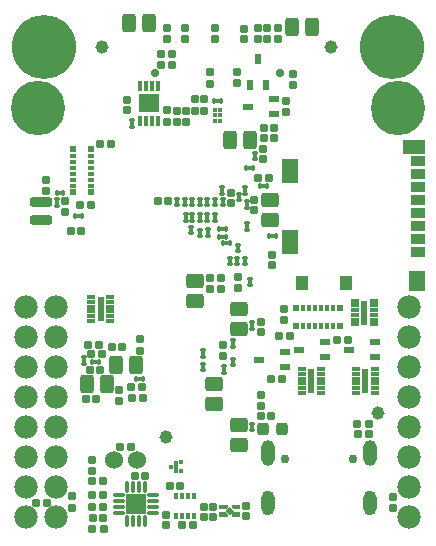
<source format=gbs>
G04*
G04 #@! TF.GenerationSoftware,Altium Limited,Altium Designer,21.7.2 (23)*
G04*
G04 Layer_Color=16711935*
%FSLAX25Y25*%
%MOIN*%
G70*
G04*
G04 #@! TF.SameCoordinates,6C021EAB-9281-4005-87E3-4CD7810296B7*
G04*
G04*
G04 #@! TF.FilePolarity,Negative*
G04*
G01*
G75*
%ADD57R,0.01800X0.01500*%
%ADD58R,0.01500X0.01800*%
%ADD69R,0.01581X0.03746*%
G04:AMPARAMS|DCode=72|XSize=31.56mil|YSize=74.87mil|CornerRadius=8.89mil|HoleSize=0mil|Usage=FLASHONLY|Rotation=90.000|XOffset=0mil|YOffset=0mil|HoleType=Round|Shape=RoundedRectangle|*
%AMROUNDEDRECTD72*
21,1,0.03156,0.05709,0,0,90.0*
21,1,0.01378,0.07487,0,0,90.0*
1,1,0.01778,0.02854,0.00689*
1,1,0.01778,0.02854,-0.00689*
1,1,0.01778,-0.02854,-0.00689*
1,1,0.01778,-0.02854,0.00689*
%
%ADD72ROUNDEDRECTD72*%
G04:AMPARAMS|DCode=77|XSize=15.94mil|YSize=18.94mil|CornerRadius=4.97mil|HoleSize=0mil|Usage=FLASHONLY|Rotation=270.000|XOffset=0mil|YOffset=0mil|HoleType=Round|Shape=RoundedRectangle|*
%AMROUNDEDRECTD77*
21,1,0.01594,0.00900,0,0,270.0*
21,1,0.00600,0.01894,0,0,270.0*
1,1,0.00994,-0.00450,-0.00300*
1,1,0.00994,-0.00450,0.00300*
1,1,0.00994,0.00450,0.00300*
1,1,0.00994,0.00450,-0.00300*
%
%ADD77ROUNDEDRECTD77*%
G04:AMPARAMS|DCode=83|XSize=47.7mil|YSize=61.87mil|CornerRadius=11.83mil|HoleSize=0mil|Usage=FLASHONLY|Rotation=90.000|XOffset=0mil|YOffset=0mil|HoleType=Round|Shape=RoundedRectangle|*
%AMROUNDEDRECTD83*
21,1,0.04770,0.03821,0,0,90.0*
21,1,0.02404,0.06187,0,0,90.0*
1,1,0.02366,0.01910,0.01202*
1,1,0.02366,0.01910,-0.01202*
1,1,0.02366,-0.01910,-0.01202*
1,1,0.02366,-0.01910,0.01202*
%
%ADD83ROUNDEDRECTD83*%
G04:AMPARAMS|DCode=84|XSize=25.59mil|YSize=26.77mil|CornerRadius=7.49mil|HoleSize=0mil|Usage=FLASHONLY|Rotation=0.000|XOffset=0mil|YOffset=0mil|HoleType=Round|Shape=RoundedRectangle|*
%AMROUNDEDRECTD84*
21,1,0.02559,0.01179,0,0,0.0*
21,1,0.01061,0.02677,0,0,0.0*
1,1,0.01498,0.00531,-0.00590*
1,1,0.01498,-0.00531,-0.00590*
1,1,0.01498,-0.00531,0.00590*
1,1,0.01498,0.00531,0.00590*
%
%ADD84ROUNDEDRECTD84*%
G04:AMPARAMS|DCode=85|XSize=28.74mil|YSize=26.77mil|CornerRadius=7.91mil|HoleSize=0mil|Usage=FLASHONLY|Rotation=270.000|XOffset=0mil|YOffset=0mil|HoleType=Round|Shape=RoundedRectangle|*
%AMROUNDEDRECTD85*
21,1,0.02874,0.01096,0,0,270.0*
21,1,0.01293,0.02677,0,0,270.0*
1,1,0.01581,-0.00548,-0.00647*
1,1,0.01581,-0.00548,0.00647*
1,1,0.01581,0.00548,0.00647*
1,1,0.01581,0.00548,-0.00647*
%
%ADD85ROUNDEDRECTD85*%
G04:AMPARAMS|DCode=86|XSize=25.59mil|YSize=26.77mil|CornerRadius=7.49mil|HoleSize=0mil|Usage=FLASHONLY|Rotation=270.000|XOffset=0mil|YOffset=0mil|HoleType=Round|Shape=RoundedRectangle|*
%AMROUNDEDRECTD86*
21,1,0.02559,0.01179,0,0,270.0*
21,1,0.01061,0.02677,0,0,270.0*
1,1,0.01498,-0.00590,-0.00531*
1,1,0.01498,-0.00590,0.00531*
1,1,0.01498,0.00590,0.00531*
1,1,0.01498,0.00590,-0.00531*
%
%ADD86ROUNDEDRECTD86*%
G04:AMPARAMS|DCode=87|XSize=43.37mil|YSize=43.37mil|CornerRadius=21.69mil|HoleSize=0mil|Usage=FLASHONLY|Rotation=0.000|XOffset=0mil|YOffset=0mil|HoleType=Round|Shape=RoundedRectangle|*
%AMROUNDEDRECTD87*
21,1,0.04337,0.00000,0,0,0.0*
21,1,0.00000,0.04337,0,0,0.0*
1,1,0.04337,0.00000,0.00000*
1,1,0.04337,0.00000,0.00000*
1,1,0.04337,0.00000,0.00000*
1,1,0.04337,0.00000,0.00000*
%
%ADD87ROUNDEDRECTD87*%
G04:AMPARAMS|DCode=88|XSize=28.74mil|YSize=26.77mil|CornerRadius=7.91mil|HoleSize=0mil|Usage=FLASHONLY|Rotation=0.000|XOffset=0mil|YOffset=0mil|HoleType=Round|Shape=RoundedRectangle|*
%AMROUNDEDRECTD88*
21,1,0.02874,0.01096,0,0,0.0*
21,1,0.01293,0.02677,0,0,0.0*
1,1,0.01581,0.00647,-0.00548*
1,1,0.01581,-0.00647,-0.00548*
1,1,0.01581,-0.00647,0.00548*
1,1,0.01581,0.00647,0.00548*
%
%ADD88ROUNDEDRECTD88*%
G04:AMPARAMS|DCode=89|XSize=15.94mil|YSize=18.94mil|CornerRadius=4.97mil|HoleSize=0mil|Usage=FLASHONLY|Rotation=180.000|XOffset=0mil|YOffset=0mil|HoleType=Round|Shape=RoundedRectangle|*
%AMROUNDEDRECTD89*
21,1,0.01594,0.00900,0,0,180.0*
21,1,0.00600,0.01894,0,0,180.0*
1,1,0.00994,-0.00300,0.00450*
1,1,0.00994,0.00300,0.00450*
1,1,0.00994,0.00300,-0.00450*
1,1,0.00994,-0.00300,-0.00450*
%
%ADD89ROUNDEDRECTD89*%
G04:AMPARAMS|DCode=90|XSize=47.7mil|YSize=61.87mil|CornerRadius=11.83mil|HoleSize=0mil|Usage=FLASHONLY|Rotation=0.000|XOffset=0mil|YOffset=0mil|HoleType=Round|Shape=RoundedRectangle|*
%AMROUNDEDRECTD90*
21,1,0.04770,0.03821,0,0,0.0*
21,1,0.02404,0.06187,0,0,0.0*
1,1,0.02366,0.01202,-0.01910*
1,1,0.02366,-0.01202,-0.01910*
1,1,0.02366,-0.01202,0.01910*
1,1,0.02366,0.01202,0.01910*
%
%ADD90ROUNDEDRECTD90*%
%ADD91C,0.06000*%
%ADD92O,0.04337X0.08274*%
%ADD93O,0.04534X0.08668*%
%ADD94C,0.02959*%
%ADD95C,0.02762*%
%ADD96C,0.18110*%
%ADD97C,0.07800*%
%ADD98C,0.21378*%
%ADD126R,0.00394X0.00394*%
%ADD153R,0.01581X0.02270*%
%ADD154R,0.03353X0.02369*%
%ADD155R,0.06699X0.05912*%
%ADD156R,0.03156X0.01187*%
%ADD157R,0.02369X0.07880*%
G04:AMPARAMS|DCode=158|XSize=37.86mil|YSize=14.24mil|CornerRadius=3.28mil|HoleSize=0mil|Usage=FLASHONLY|Rotation=180.000|XOffset=0mil|YOffset=0mil|HoleType=Round|Shape=RoundedRectangle|*
%AMROUNDEDRECTD158*
21,1,0.03786,0.00768,0,0,180.0*
21,1,0.03130,0.01424,0,0,180.0*
1,1,0.00656,-0.01565,0.00384*
1,1,0.00656,0.01565,0.00384*
1,1,0.00656,0.01565,-0.00384*
1,1,0.00656,-0.01565,-0.00384*
%
%ADD158ROUNDEDRECTD158*%
G04:AMPARAMS|DCode=159|XSize=37.86mil|YSize=14.24mil|CornerRadius=3.28mil|HoleSize=0mil|Usage=FLASHONLY|Rotation=270.000|XOffset=0mil|YOffset=0mil|HoleType=Round|Shape=RoundedRectangle|*
%AMROUNDEDRECTD159*
21,1,0.03786,0.00768,0,0,270.0*
21,1,0.03130,0.01424,0,0,270.0*
1,1,0.00656,-0.00384,-0.01565*
1,1,0.00656,-0.00384,0.01565*
1,1,0.00656,0.00384,0.01565*
1,1,0.00656,0.00384,-0.01565*
%
%ADD159ROUNDEDRECTD159*%
%ADD160R,0.07014X0.07014*%
%ADD161R,0.01181X0.03937*%
%ADD162R,0.01575X0.01378*%
%ADD163R,0.01575X0.01575*%
%ADD164R,0.01384X0.01581*%
%ADD165R,0.02073X0.02369*%
%ADD166R,0.01384X0.02369*%
%ADD167R,0.04337X0.05124*%
%ADD168R,0.05715X0.06502*%
%ADD169R,0.07487X0.05006*%
%ADD170R,0.05715X0.07880*%
%ADD171R,0.04731X0.03746*%
%ADD172R,0.04731X0.03353*%
G04:AMPARAMS|DCode=173|XSize=38.19mil|YSize=42.13mil|CornerRadius=10.7mil|HoleSize=0mil|Usage=FLASHONLY|Rotation=180.000|XOffset=0mil|YOffset=0mil|HoleType=Round|Shape=RoundedRectangle|*
%AMROUNDEDRECTD173*
21,1,0.03819,0.02072,0,0,180.0*
21,1,0.01678,0.04213,0,0,180.0*
1,1,0.02141,-0.00839,0.01036*
1,1,0.02141,0.00839,0.01036*
1,1,0.02141,0.00839,-0.01036*
1,1,0.02141,-0.00839,-0.01036*
%
%ADD173ROUNDEDRECTD173*%
%ADD174R,0.02369X0.03353*%
%ADD175R,0.02369X0.02073*%
%ADD176R,0.02369X0.01384*%
G36*
X77463Y8849D02*
X75260D01*
X74669Y9440D01*
Y10343D01*
X77463D01*
Y8849D01*
D02*
G37*
G36*
X73363Y9440D02*
X72772Y8849D01*
X70569D01*
Y10343D01*
X73363D01*
Y9440D01*
D02*
G37*
G36*
X75394Y8366D02*
X74016Y6988D01*
X72638Y8366D01*
X74016Y9744D01*
X75394Y8366D01*
D02*
G37*
G36*
X77463Y6389D02*
X74669D01*
Y7292D01*
X75260Y7883D01*
X77463D01*
Y6389D01*
D02*
G37*
G36*
X73363Y7292D02*
Y6389D01*
X70569D01*
Y7883D01*
X72772D01*
X73363Y7292D01*
D02*
G37*
D57*
X76869Y95816D02*
D03*
X75197Y64123D02*
D03*
X65147Y60657D02*
D03*
X75197Y57824D02*
D03*
X65059Y56151D02*
D03*
X81496Y70129D02*
D03*
X72145Y55462D02*
D03*
X81496Y36270D02*
D03*
X41339Y137352D02*
D03*
X25358Y58454D02*
D03*
X16339Y110974D02*
D03*
X71423Y115118D02*
D03*
X59055Y111270D02*
D03*
X56398Y111271D02*
D03*
X66634Y106052D02*
D03*
X64075D02*
D03*
X61614D02*
D03*
X61158Y101919D02*
D03*
X61516Y111271D02*
D03*
X64075Y111272D02*
D03*
X69192Y106052D02*
D03*
X66732Y101131D02*
D03*
X66635Y111170D02*
D03*
X69194D02*
D03*
X59350Y106152D02*
D03*
X76561Y91503D02*
D03*
X74308Y91497D02*
D03*
X77292Y113015D02*
D03*
X79285Y115060D02*
D03*
X79714Y110466D02*
D03*
X79036Y91584D02*
D03*
X80709Y84597D02*
D03*
X64075Y100934D02*
D03*
X82381Y126525D02*
D03*
X79724Y103100D02*
D03*
X71850Y111270D02*
D03*
D58*
X70030Y144882D02*
D03*
X29283Y58071D02*
D03*
X43946Y52264D02*
D03*
X17526Y114105D02*
D03*
X23672Y106693D02*
D03*
X71622Y102228D02*
D03*
X85286Y116535D02*
D03*
X71605Y99705D02*
D03*
X72982Y97441D02*
D03*
X80759Y122736D02*
D03*
X88453Y99999D02*
D03*
D69*
X44291Y149803D02*
D03*
X46260D02*
D03*
X48228D02*
D03*
X50197Y138385D02*
D03*
X48228D02*
D03*
X46260D02*
D03*
X44291D02*
D03*
X50197Y149803D02*
D03*
D72*
X11122Y111417D02*
D03*
Y105118D02*
D03*
D77*
X76870Y96866D02*
D03*
Y94866D02*
D03*
X75197Y65273D02*
D03*
Y63073D02*
D03*
X65147Y61807D02*
D03*
Y59607D02*
D03*
X75197Y58974D02*
D03*
Y56774D02*
D03*
X65059Y57301D02*
D03*
Y55101D02*
D03*
X81496Y68979D02*
D03*
Y71179D02*
D03*
X72146Y54412D02*
D03*
Y56612D02*
D03*
X81496Y37320D02*
D03*
Y35120D02*
D03*
X41339Y138502D02*
D03*
Y136302D02*
D03*
X25358Y59504D02*
D03*
Y57305D02*
D03*
X16339Y112124D02*
D03*
Y109924D02*
D03*
X71423Y116167D02*
D03*
Y113968D02*
D03*
X59055Y112320D02*
D03*
Y110120D02*
D03*
X56398Y112320D02*
D03*
Y110120D02*
D03*
X66634Y105002D02*
D03*
Y107202D02*
D03*
X64075Y105002D02*
D03*
Y107202D02*
D03*
X61614Y105002D02*
D03*
Y107202D02*
D03*
X61158Y102969D02*
D03*
Y100769D02*
D03*
X61516Y112320D02*
D03*
Y110120D02*
D03*
X64075Y112320D02*
D03*
Y110120D02*
D03*
X69193Y105002D02*
D03*
Y107202D02*
D03*
X66732Y102281D02*
D03*
Y100081D02*
D03*
X66634Y112320D02*
D03*
Y110120D02*
D03*
X69193Y112320D02*
D03*
Y110120D02*
D03*
X59350Y105002D02*
D03*
Y107202D02*
D03*
X76559Y92653D02*
D03*
Y90453D02*
D03*
X74309Y92647D02*
D03*
Y90447D02*
D03*
X77292Y111865D02*
D03*
Y114065D02*
D03*
X79284Y116210D02*
D03*
Y114011D02*
D03*
X79714Y111616D02*
D03*
Y109416D02*
D03*
X79035Y92734D02*
D03*
Y90534D02*
D03*
X80709Y83447D02*
D03*
Y85647D02*
D03*
X64075Y102084D02*
D03*
Y99884D02*
D03*
X82382Y127675D02*
D03*
Y125475D02*
D03*
X79724Y104250D02*
D03*
Y102050D02*
D03*
X71850Y110120D02*
D03*
Y112320D02*
D03*
D83*
X62500Y84842D02*
D03*
Y78150D02*
D03*
X87500Y105217D02*
D03*
Y111909D02*
D03*
X68898Y50689D02*
D03*
Y43996D02*
D03*
X77165Y36812D02*
D03*
Y30119D02*
D03*
X77165Y68996D02*
D03*
Y75689D02*
D03*
D84*
X90551Y66535D02*
D03*
X94291D02*
D03*
X30610Y63681D02*
D03*
X26870D02*
D03*
X31791Y13681D02*
D03*
X28051D02*
D03*
X31791Y9744D02*
D03*
X28051D02*
D03*
X31791Y18406D02*
D03*
X28051D02*
D03*
X37402Y29724D02*
D03*
X41142D02*
D03*
X30906Y130512D02*
D03*
X34646D02*
D03*
X51083Y157087D02*
D03*
X54823D02*
D03*
X51083Y160531D02*
D03*
X54823D02*
D03*
X41339Y45965D02*
D03*
X45079D02*
D03*
X9449Y11023D02*
D03*
X13189D02*
D03*
X113484Y65256D02*
D03*
X109744D02*
D03*
X31988Y2362D02*
D03*
X28248D02*
D03*
X120343Y37140D02*
D03*
X116602D02*
D03*
X87894Y52264D02*
D03*
X91634D02*
D03*
D85*
X85433Y132638D02*
D03*
Y136063D02*
D03*
X65453Y9685D02*
D03*
Y6260D02*
D03*
X82284Y108524D02*
D03*
Y111949D02*
D03*
X88681Y132638D02*
D03*
Y136063D02*
D03*
X67618Y82342D02*
D03*
Y85768D02*
D03*
X88287Y90118D02*
D03*
Y93543D02*
D03*
X71752Y60000D02*
D03*
Y63425D02*
D03*
X84387Y67904D02*
D03*
Y71329D02*
D03*
X90158Y165709D02*
D03*
Y169134D02*
D03*
X78839Y169035D02*
D03*
Y165610D02*
D03*
X69095Y169134D02*
D03*
Y165709D02*
D03*
X59153Y169134D02*
D03*
Y165709D02*
D03*
X53150Y169134D02*
D03*
Y165709D02*
D03*
X86614Y169134D02*
D03*
Y165709D02*
D03*
X12894Y115020D02*
D03*
Y118445D02*
D03*
X19094Y111457D02*
D03*
Y108031D02*
D03*
X71260Y85768D02*
D03*
Y82342D02*
D03*
X76673Y82736D02*
D03*
Y86161D02*
D03*
X85138Y129075D02*
D03*
Y125650D02*
D03*
X39764Y141988D02*
D03*
Y145414D02*
D03*
X74508Y110886D02*
D03*
Y114311D02*
D03*
X83465Y169134D02*
D03*
Y165709D02*
D03*
X68405Y6260D02*
D03*
Y9685D02*
D03*
X79429Y6555D02*
D03*
Y9980D02*
D03*
X52756Y3504D02*
D03*
Y6929D02*
D03*
D86*
X128543Y12992D02*
D03*
Y9252D02*
D03*
X84646Y43209D02*
D03*
Y46949D02*
D03*
X21555Y9350D02*
D03*
Y13090D02*
D03*
X53309Y141790D02*
D03*
Y138050D02*
D03*
X59350Y141732D02*
D03*
Y137992D02*
D03*
X56398Y141732D02*
D03*
Y137992D02*
D03*
X62402Y141732D02*
D03*
Y145472D02*
D03*
X67421Y150689D02*
D03*
Y154429D02*
D03*
X65453Y141732D02*
D03*
Y145472D02*
D03*
X76476Y154724D02*
D03*
Y150984D02*
D03*
X37056Y44935D02*
D03*
Y48675D02*
D03*
X44291Y61713D02*
D03*
Y65453D02*
D03*
X92913Y144882D02*
D03*
Y141142D02*
D03*
X95079Y150197D02*
D03*
Y153937D02*
D03*
X92224Y75689D02*
D03*
Y71948D02*
D03*
X28051Y25393D02*
D03*
Y21653D02*
D03*
D87*
X52756Y33071D02*
D03*
X31496Y162992D02*
D03*
X107874D02*
D03*
X123622Y40945D02*
D03*
D88*
X28405Y6004D02*
D03*
X31831D02*
D03*
X83586Y119213D02*
D03*
X87012D02*
D03*
X42392Y20086D02*
D03*
X45818D02*
D03*
X84508Y39764D02*
D03*
X87933D02*
D03*
X27913Y60630D02*
D03*
X31339D02*
D03*
X26145Y45476D02*
D03*
X29570D02*
D03*
X34705Y62992D02*
D03*
X38130D02*
D03*
X24271Y110236D02*
D03*
X27697D02*
D03*
X44724Y49705D02*
D03*
X41299D02*
D03*
X21220Y101673D02*
D03*
X24646D02*
D03*
X53591Y111748D02*
D03*
X50165D02*
D03*
X116906Y33926D02*
D03*
X120331D02*
D03*
X27323Y55315D02*
D03*
X30748D02*
D03*
X57520Y16535D02*
D03*
X54094D02*
D03*
X58228Y3445D02*
D03*
X61654D02*
D03*
D89*
X68880Y144882D02*
D03*
X71080D02*
D03*
X28132Y58071D02*
D03*
X30332D02*
D03*
X42896Y52264D02*
D03*
X45096D02*
D03*
X16376Y114105D02*
D03*
X18576D02*
D03*
X22522Y106693D02*
D03*
X24722D02*
D03*
X70472Y102228D02*
D03*
X72672D02*
D03*
X84136Y116535D02*
D03*
X86336D02*
D03*
X70455Y99705D02*
D03*
X72655D02*
D03*
X74132Y97441D02*
D03*
X71931D02*
D03*
X79609Y122736D02*
D03*
X81809D02*
D03*
X87303Y100000D02*
D03*
X89503D02*
D03*
D90*
X94784Y169587D02*
D03*
X101476D02*
D03*
X42913Y56988D02*
D03*
X36220D02*
D03*
X26484Y50500D02*
D03*
X33177D02*
D03*
X80905Y132087D02*
D03*
X74213D02*
D03*
X47047Y170866D02*
D03*
X40354D02*
D03*
D91*
X35433Y25197D02*
D03*
X43307D02*
D03*
D92*
X86929Y11024D02*
D03*
X120945D02*
D03*
D93*
X86929Y27480D02*
D03*
X120945D02*
D03*
D94*
X115315Y25512D02*
D03*
X92559D02*
D03*
D95*
X90866Y154094D02*
D03*
X49134D02*
D03*
D96*
X130000Y142500D02*
D03*
X10000D02*
D03*
D97*
X16299Y76299D02*
D03*
Y66299D02*
D03*
Y56299D02*
D03*
Y46299D02*
D03*
Y36299D02*
D03*
Y26299D02*
D03*
Y16299D02*
D03*
Y6299D02*
D03*
X6299Y76299D02*
D03*
Y66299D02*
D03*
Y56299D02*
D03*
Y46299D02*
D03*
Y36299D02*
D03*
Y26299D02*
D03*
Y16299D02*
D03*
Y6299D02*
D03*
X133858Y76299D02*
D03*
Y66299D02*
D03*
Y56299D02*
D03*
Y46299D02*
D03*
Y36299D02*
D03*
Y26299D02*
D03*
Y16299D02*
D03*
Y6299D02*
D03*
D98*
X12000Y163000D02*
D03*
X128000D02*
D03*
D126*
X76066Y9596D02*
D03*
X71966Y7136D02*
D03*
Y9596D02*
D03*
X76066Y7136D02*
D03*
X74016Y8366D02*
D03*
D153*
X60039Y6740D02*
D03*
X58071D02*
D03*
Y13338D02*
D03*
X60039D02*
D03*
X62008D02*
D03*
X56102Y6740D02*
D03*
X62008D02*
D03*
X56102Y13338D02*
D03*
D154*
X105709Y64567D02*
D03*
Y59449D02*
D03*
X97047Y62008D02*
D03*
X122540Y64567D02*
D03*
Y59449D02*
D03*
X113878Y62008D02*
D03*
X88977Y145571D02*
D03*
Y140453D02*
D03*
X80315Y143012D02*
D03*
X83956Y58661D02*
D03*
X92618Y56102D02*
D03*
Y61220D02*
D03*
D155*
X47244Y144094D02*
D03*
D156*
X27952Y79528D02*
D03*
Y77953D02*
D03*
Y76378D02*
D03*
Y74804D02*
D03*
Y73229D02*
D03*
Y71654D02*
D03*
X34252D02*
D03*
Y73229D02*
D03*
Y74804D02*
D03*
Y76378D02*
D03*
Y77953D02*
D03*
Y79528D02*
D03*
X122048Y70472D02*
D03*
Y72047D02*
D03*
Y73622D02*
D03*
Y75196D02*
D03*
Y76771D02*
D03*
Y78346D02*
D03*
X115748D02*
D03*
Y76771D02*
D03*
Y75196D02*
D03*
Y73622D02*
D03*
Y72047D02*
D03*
Y70472D02*
D03*
X104331Y47638D02*
D03*
Y49213D02*
D03*
Y50788D02*
D03*
Y52362D02*
D03*
Y53937D02*
D03*
Y55512D02*
D03*
X98031D02*
D03*
Y53937D02*
D03*
Y52362D02*
D03*
Y50788D02*
D03*
Y49213D02*
D03*
Y47638D02*
D03*
X122441D02*
D03*
Y49213D02*
D03*
Y50788D02*
D03*
Y52362D02*
D03*
Y53937D02*
D03*
Y55512D02*
D03*
X116141D02*
D03*
Y53937D02*
D03*
Y52362D02*
D03*
Y50788D02*
D03*
Y49213D02*
D03*
Y47638D02*
D03*
D157*
X31102Y75591D02*
D03*
X118898Y74409D02*
D03*
X101181Y51575D02*
D03*
X119291D02*
D03*
D158*
X48563Y13485D02*
D03*
Y9548D02*
D03*
X37263Y7579D02*
D03*
Y9548D02*
D03*
Y13485D02*
D03*
X48563Y11516D02*
D03*
Y7579D02*
D03*
X37263Y11516D02*
D03*
D159*
X39960Y16182D02*
D03*
X41929D02*
D03*
X43897D02*
D03*
X45866Y4882D02*
D03*
X43897D02*
D03*
X41929D02*
D03*
X39960D02*
D03*
X45866Y16182D02*
D03*
D160*
X42913Y10532D02*
D03*
D161*
X56164Y23080D02*
D03*
D162*
X57838Y24556D02*
D03*
Y21603D02*
D03*
D163*
X54491Y23080D02*
D03*
D164*
X70768Y141969D02*
D03*
Y140158D02*
D03*
X69036Y138347D02*
D03*
Y140158D02*
D03*
Y141969D02*
D03*
X70768Y138347D02*
D03*
D165*
X110775Y75788D02*
D03*
X96311D02*
D03*
Y69882D02*
D03*
X110775D02*
D03*
D166*
X108464Y75788D02*
D03*
X106496D02*
D03*
X104527D02*
D03*
X102559D02*
D03*
X100590D02*
D03*
X98622D02*
D03*
Y69882D02*
D03*
X100590D02*
D03*
X102559D02*
D03*
X104527D02*
D03*
X106496D02*
D03*
X108464D02*
D03*
D167*
X98130Y84280D02*
D03*
X112697D02*
D03*
D168*
X136418Y84968D02*
D03*
D169*
X135532Y129535D02*
D03*
D170*
X94292Y121563D02*
D03*
Y98059D02*
D03*
D171*
X136910Y94654D02*
D03*
Y98984D02*
D03*
Y103315D02*
D03*
Y107646D02*
D03*
Y111976D02*
D03*
Y116307D02*
D03*
Y120638D02*
D03*
D172*
Y124772D02*
D03*
D173*
X85236Y35433D02*
D03*
X91339D02*
D03*
D174*
X86024Y150197D02*
D03*
X80906D02*
D03*
X83465Y158859D02*
D03*
D175*
X21752Y128886D02*
D03*
Y114422D02*
D03*
X27658D02*
D03*
Y128886D02*
D03*
D176*
X21752Y126575D02*
D03*
Y124607D02*
D03*
Y122638D02*
D03*
Y120670D02*
D03*
Y118701D02*
D03*
Y116733D02*
D03*
X27658D02*
D03*
Y118701D02*
D03*
Y120670D02*
D03*
Y122638D02*
D03*
Y124607D02*
D03*
Y126575D02*
D03*
M02*

</source>
